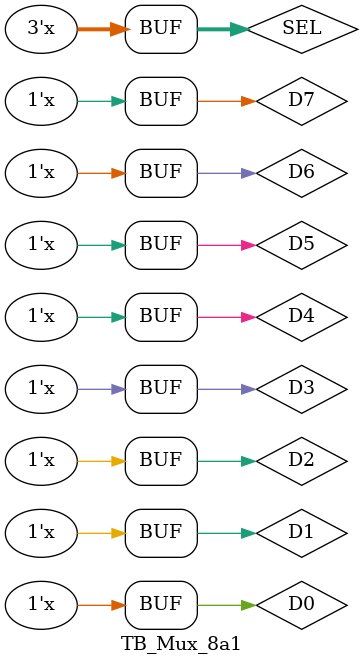
<source format=v>
`timescale 1ns / 1ps


module TB_Mux_8a1(

    );
    
    // inputs
    reg [2:0] SEL;
    reg D0, D1, D2, D3, D4, D5, D6, D7;
    
    // outputs
    wire out;

    // instantiate
    Mux_8a1 UUT (SEL, D0, D1, D2, D3, D4, D5, D6, D7, out);

    // stimulus
    initial begin 
        D0 = 6'd0;
        D1 = 6'd1;
        D2 = 6'd2;
        D3 = 6'd3;
        D4 = 6'd4;
        D5 = 6'd5;
        D6 = 6'd6;
        D7 = 6'd7;        
        SEL = 6'b000;
    end
    
    always #10 SEL[0] = ~SEL[0];
    always #20 SEL[1] = ~SEL[1];
    always #40 SEL[2] = ~SEL[2];
    
    always #80 D0 = ~D0;
    always #160 D1 = ~D1;
    always #320 D2 = ~D2;
    always #640 D3 = ~D3;
    always #1280 D4 = ~D4;
    always #2560 D5 = ~D5;
    always #5120 D6 = ~D6;
    always #10240 D7 = ~D7;
    
endmodule

</source>
